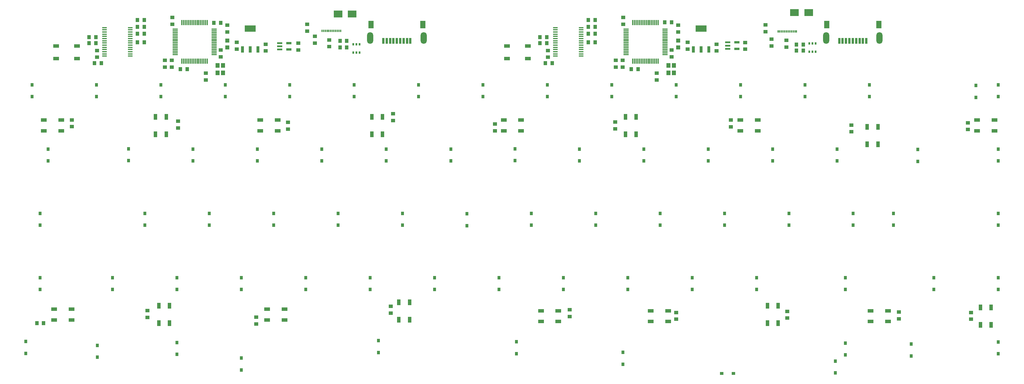
<source format=gbr>
G04 #@! TF.FileFunction,Paste,Bot*
%FSLAX46Y46*%
G04 Gerber Fmt 4.6, Leading zero omitted, Abs format (unit mm)*
G04 Created by KiCad (PCBNEW 4.0.1-stable) date 2/25/2016 3:38:44 PM*
%MOMM*%
G01*
G04 APERTURE LIST*
%ADD10C,0.150000*%
%ADD11R,0.300000X0.700000*%
%ADD12R,1.198880X1.198880*%
%ADD13R,1.000000X1.250000*%
%ADD14R,1.250000X1.000000*%
%ADD15R,0.850900X1.000760*%
%ADD16R,1.800000X1.100000*%
%ADD17R,1.430000X0.400000*%
%ADD18R,0.300000X1.500000*%
%ADD19R,1.500000X0.300000*%
%ADD20R,1.200000X1.400000*%
%ADD21O,1.800000X3.500000*%
%ADD22R,0.700000X1.800000*%
%ADD23R,1.640000X2.200000*%
%ADD24R,0.950000X1.900000*%
%ADD25R,3.250000X1.900000*%
%ADD26R,1.000760X0.850900*%
%ADD27R,1.490000X0.600000*%
%ADD28R,1.490000X0.740000*%
%ADD29R,2.651760X2.029460*%
%ADD30R,0.550000X0.800000*%
%ADD31R,1.651000X1.000000*%
%ADD32R,1.000000X1.651000*%
G04 APERTURE END LIST*
D10*
D11*
X287026400Y-68134200D03*
X286526400Y-68134200D03*
X286026400Y-68134200D03*
X285526400Y-68134200D03*
X285026400Y-68134200D03*
X284526400Y-68134200D03*
X284026400Y-68134200D03*
X283526400Y-68134200D03*
X283026400Y-68134200D03*
X282526400Y-68134200D03*
X282026400Y-68134200D03*
X281526400Y-68134200D03*
X152176400Y-67965900D03*
X151676400Y-67965900D03*
X151176400Y-67965900D03*
X150676400Y-67965900D03*
X150176400Y-67965900D03*
X149676400Y-67965900D03*
X149176400Y-67965900D03*
X148676400Y-67965900D03*
X148176400Y-67965900D03*
X147676400Y-67965900D03*
X147176400Y-67965900D03*
X146676400Y-67965900D03*
D12*
X251993400Y-72892920D03*
X251993400Y-70794880D03*
D13*
X81400400Y-77558900D03*
X79400400Y-77558900D03*
D14*
X129997200Y-73910700D03*
X129997200Y-71910700D03*
D13*
X92116400Y-64731900D03*
X94116400Y-64731900D03*
D14*
X118643400Y-68271900D03*
X118643400Y-66271900D03*
D15*
X137122400Y-83934300D03*
X137122400Y-87434420D03*
D16*
X68045400Y-76157700D03*
X68045400Y-72457700D03*
X74245400Y-76157700D03*
X74245400Y-72457700D03*
D17*
X89926400Y-66983900D03*
X89926400Y-67633900D03*
X89926400Y-68283900D03*
X89926400Y-68933900D03*
X89926400Y-69583900D03*
X89926400Y-70233900D03*
X89926400Y-70883900D03*
X89926400Y-71533900D03*
X89926400Y-72183900D03*
X89926400Y-72833900D03*
X89926400Y-73483900D03*
X89926400Y-74133900D03*
X89926400Y-74783900D03*
X89926400Y-75433900D03*
X82336400Y-75433900D03*
X82336400Y-74783900D03*
X82336400Y-74133900D03*
X82336400Y-73483900D03*
X82336400Y-72833900D03*
X82336400Y-72183900D03*
X82336400Y-71533900D03*
X82336400Y-70883900D03*
X82336400Y-70233900D03*
X82336400Y-69583900D03*
X82336400Y-68933900D03*
X82336400Y-68283900D03*
X82336400Y-67633900D03*
X82336400Y-66983900D03*
D18*
X105241400Y-65458900D03*
X105741400Y-65458900D03*
X106241400Y-65458900D03*
X106741400Y-65458900D03*
X107241400Y-65458900D03*
X107741400Y-65458900D03*
X108241400Y-65458900D03*
X108741400Y-65458900D03*
X109241400Y-65458900D03*
X109741400Y-65458900D03*
X110241400Y-65458900D03*
X110741400Y-65458900D03*
X111241400Y-65458900D03*
X111741400Y-65458900D03*
X112241400Y-65458900D03*
X112741400Y-65458900D03*
D19*
X114741400Y-67458900D03*
X114741400Y-67958900D03*
X114741400Y-68458900D03*
X114741400Y-68958900D03*
X114741400Y-69458900D03*
X114741400Y-69958900D03*
X114741400Y-70458900D03*
X114741400Y-70958900D03*
X114741400Y-71458900D03*
X114741400Y-71958900D03*
X114741400Y-72458900D03*
X114741400Y-72958900D03*
X114741400Y-73458900D03*
X114741400Y-73958900D03*
X114741400Y-74458900D03*
X114741400Y-74958900D03*
D18*
X112741400Y-76958900D03*
X112241400Y-76958900D03*
X111741400Y-76958900D03*
X111241400Y-76958900D03*
X110741400Y-76958900D03*
X110241400Y-76958900D03*
X109741400Y-76958900D03*
X109241400Y-76958900D03*
X108741400Y-76958900D03*
X108241400Y-76958900D03*
X107741400Y-76958900D03*
X107241400Y-76958900D03*
X106741400Y-76958900D03*
X106241400Y-76958900D03*
X105741400Y-76958900D03*
X105241400Y-76958900D03*
D19*
X103241400Y-74958900D03*
X103241400Y-74458900D03*
X103241400Y-73958900D03*
X103241400Y-73458900D03*
X103241400Y-72958900D03*
X103241400Y-72458900D03*
X103241400Y-71958900D03*
X103241400Y-71458900D03*
X103241400Y-70958900D03*
X103241400Y-70458900D03*
X103241400Y-69958900D03*
X103241400Y-69458900D03*
X103241400Y-68958900D03*
X103241400Y-68458900D03*
X103241400Y-67958900D03*
X103241400Y-67458900D03*
D20*
X115811400Y-80436900D03*
X117411400Y-80436900D03*
X117411400Y-78236900D03*
X115811400Y-78236900D03*
D15*
X63303400Y-122034300D03*
X63303400Y-125534420D03*
X94260400Y-122034300D03*
X94260400Y-125534420D03*
X113310400Y-122034300D03*
X113310400Y-125534420D03*
X132360400Y-122034300D03*
X132360400Y-125534420D03*
X151426400Y-122034300D03*
X151426400Y-125534420D03*
X170459400Y-122034300D03*
X170459400Y-125534420D03*
X65686400Y-102984300D03*
X65686400Y-106484420D03*
X89497400Y-102914300D03*
X89497400Y-106414420D03*
X108547400Y-102984300D03*
X108547400Y-106484420D03*
X146647400Y-102984300D03*
X146647400Y-106484420D03*
X165693400Y-102984300D03*
X165693400Y-106484420D03*
X60921900Y-83934300D03*
X60921900Y-87434420D03*
X79971900Y-83934300D03*
X79971900Y-87434420D03*
X156172400Y-83934300D03*
X156172400Y-87434420D03*
X118071900Y-83934300D03*
X118071900Y-87434420D03*
X99021900Y-83934300D03*
X99021900Y-87434420D03*
X127597400Y-102984300D03*
X127597400Y-106484420D03*
X59080400Y-160007300D03*
X59080400Y-163507420D03*
X80251300Y-161163000D03*
X80251300Y-164663120D03*
X103771700Y-160324800D03*
X103771700Y-163824920D03*
X122783600Y-164927280D03*
X122783600Y-168427400D03*
X163347400Y-159753300D03*
X163347400Y-163253420D03*
X175222400Y-83934300D03*
X175222400Y-87434420D03*
X63303400Y-141084300D03*
X63303400Y-144584420D03*
X84736400Y-141084300D03*
X84736400Y-144584420D03*
X103784400Y-141084300D03*
X103784400Y-144584420D03*
X122834400Y-141084300D03*
X122834400Y-144584420D03*
X141886400Y-141084300D03*
X141886400Y-144584420D03*
X160934400Y-141084300D03*
X160934400Y-144584420D03*
X179984400Y-141084300D03*
X179984400Y-144584420D03*
D14*
X116738400Y-73637900D03*
X116738400Y-75637900D03*
X121462800Y-73377300D03*
X121462800Y-71377300D03*
X102412800Y-63985900D03*
X102412800Y-65985900D03*
D13*
X94116400Y-66763900D03*
X92116400Y-66763900D03*
X92116400Y-71335900D03*
X94116400Y-71335900D03*
X94116400Y-68795900D03*
X92116400Y-68795900D03*
X154000000Y-70878700D03*
X152000000Y-70878700D03*
X154000000Y-72872600D03*
X152000000Y-72872600D03*
D14*
X112293400Y-80495900D03*
X112293400Y-82495900D03*
D13*
X106816400Y-79336900D03*
X104816400Y-79336900D03*
D14*
X100228400Y-76685900D03*
X100228400Y-78685900D03*
X102260400Y-76685900D03*
X102260400Y-78685900D03*
D13*
X77781400Y-69811900D03*
X79781400Y-69811900D03*
X77765400Y-71589900D03*
X79765400Y-71589900D03*
D14*
X80162400Y-75764900D03*
X80162400Y-73764900D03*
D21*
X176708400Y-70055900D03*
X160908400Y-70055900D03*
D22*
X168808400Y-70955900D03*
X169808400Y-70955900D03*
X170808400Y-70955900D03*
X171808400Y-70955900D03*
X172808400Y-70955900D03*
X167808400Y-70955900D03*
X166808400Y-70955900D03*
X165808400Y-70955900D03*
X164808400Y-70955900D03*
D23*
X176478400Y-66055900D03*
X161138400Y-66055900D03*
D14*
X148805900Y-72653400D03*
X148805900Y-70653400D03*
X142303500Y-66030600D03*
X142303500Y-68030600D03*
D24*
X125425200Y-73420700D03*
X123125200Y-73420700D03*
X127725200Y-73420700D03*
D25*
X125425200Y-67320700D03*
D13*
X214750400Y-77558900D03*
X212750400Y-77558900D03*
D14*
X263347200Y-73910700D03*
X263347200Y-71910700D03*
D13*
X227466400Y-64731900D03*
X225466400Y-64731900D03*
D14*
X251993400Y-68271900D03*
X251993400Y-66271900D03*
D15*
X270472400Y-83934300D03*
X270472400Y-87434420D03*
D16*
X201395400Y-76157700D03*
X201395400Y-72457700D03*
X207595400Y-76157700D03*
X207595400Y-72457700D03*
D17*
X223276400Y-66983900D03*
X223276400Y-67633900D03*
X223276400Y-68283900D03*
X223276400Y-68933900D03*
X223276400Y-69583900D03*
X223276400Y-70233900D03*
X223276400Y-70883900D03*
X223276400Y-71533900D03*
X223276400Y-72183900D03*
X223276400Y-72833900D03*
X223276400Y-73483900D03*
X223276400Y-74133900D03*
X223276400Y-74783900D03*
X223276400Y-75433900D03*
X215686400Y-75433900D03*
X215686400Y-74783900D03*
X215686400Y-74133900D03*
X215686400Y-73483900D03*
X215686400Y-72833900D03*
X215686400Y-72183900D03*
X215686400Y-71533900D03*
X215686400Y-70883900D03*
X215686400Y-70233900D03*
X215686400Y-69583900D03*
X215686400Y-68933900D03*
X215686400Y-68283900D03*
X215686400Y-67633900D03*
X215686400Y-66983900D03*
D24*
X258775200Y-73420700D03*
X256475200Y-73420700D03*
X261075200Y-73420700D03*
D25*
X258775200Y-67320700D03*
D18*
X238591400Y-65458900D03*
X239091400Y-65458900D03*
X239591400Y-65458900D03*
X240091400Y-65458900D03*
X240591400Y-65458900D03*
X241091400Y-65458900D03*
X241591400Y-65458900D03*
X242091400Y-65458900D03*
X242591400Y-65458900D03*
X243091400Y-65458900D03*
X243591400Y-65458900D03*
X244091400Y-65458900D03*
X244591400Y-65458900D03*
X245091400Y-65458900D03*
X245591400Y-65458900D03*
X246091400Y-65458900D03*
D19*
X248091400Y-67458900D03*
X248091400Y-67958900D03*
X248091400Y-68458900D03*
X248091400Y-68958900D03*
X248091400Y-69458900D03*
X248091400Y-69958900D03*
X248091400Y-70458900D03*
X248091400Y-70958900D03*
X248091400Y-71458900D03*
X248091400Y-71958900D03*
X248091400Y-72458900D03*
X248091400Y-72958900D03*
X248091400Y-73458900D03*
X248091400Y-73958900D03*
X248091400Y-74458900D03*
X248091400Y-74958900D03*
D18*
X246091400Y-76958900D03*
X245591400Y-76958900D03*
X245091400Y-76958900D03*
X244591400Y-76958900D03*
X244091400Y-76958900D03*
X243591400Y-76958900D03*
X243091400Y-76958900D03*
X242591400Y-76958900D03*
X242091400Y-76958900D03*
X241591400Y-76958900D03*
X241091400Y-76958900D03*
X240591400Y-76958900D03*
X240091400Y-76958900D03*
X239591400Y-76958900D03*
X239091400Y-76958900D03*
X238591400Y-76958900D03*
D19*
X236591400Y-74958900D03*
X236591400Y-74458900D03*
X236591400Y-73958900D03*
X236591400Y-73458900D03*
X236591400Y-72958900D03*
X236591400Y-72458900D03*
X236591400Y-71958900D03*
X236591400Y-71458900D03*
X236591400Y-70958900D03*
X236591400Y-70458900D03*
X236591400Y-69958900D03*
X236591400Y-69458900D03*
X236591400Y-68958900D03*
X236591400Y-68458900D03*
X236591400Y-67958900D03*
X236591400Y-67458900D03*
D20*
X249161400Y-80436900D03*
X250761400Y-80436900D03*
X250761400Y-78236900D03*
X249161400Y-78236900D03*
D15*
X189509400Y-122161300D03*
X189509400Y-125661420D03*
X208560400Y-122034300D03*
X208560400Y-125534420D03*
X227610900Y-122034300D03*
X227610900Y-125534420D03*
X246660400Y-122034300D03*
X246660400Y-125534420D03*
X265726400Y-122034300D03*
X265726400Y-125534420D03*
X284776400Y-122034300D03*
X284776400Y-125534420D03*
X184776400Y-102984300D03*
X184776400Y-106484420D03*
X203797400Y-102914300D03*
X203797400Y-106414420D03*
X222847400Y-102984300D03*
X222847400Y-106484420D03*
X260947400Y-102984300D03*
X260947400Y-106484420D03*
X279997400Y-102984300D03*
X279997400Y-106484420D03*
X194271900Y-83934300D03*
X194271900Y-87434420D03*
X213321900Y-83934300D03*
X213321900Y-87434420D03*
X289522400Y-83934300D03*
X289522400Y-87434420D03*
X251421900Y-83934300D03*
X251421900Y-87434420D03*
X232371900Y-83934300D03*
X232371900Y-87434420D03*
X241897400Y-102984300D03*
X241897400Y-106484420D03*
X204216000Y-160108900D03*
X204216000Y-163609020D03*
X235661200Y-163233100D03*
X235661200Y-166733220D03*
X298462700Y-165798500D03*
X298462700Y-169298620D03*
D26*
X264845800Y-169468800D03*
X268345920Y-169468800D03*
D15*
X301447200Y-160464500D03*
X301447200Y-163964620D03*
X199036400Y-141084300D03*
X199036400Y-144584420D03*
X218086400Y-141084300D03*
X218086400Y-144584420D03*
X237134400Y-141084300D03*
X237134400Y-144584420D03*
X256184400Y-141084300D03*
X256184400Y-144584420D03*
X275236400Y-141084300D03*
X275236400Y-144584420D03*
X301428400Y-141084300D03*
X301428400Y-144584420D03*
X327622400Y-141084300D03*
X327622400Y-144584420D03*
D14*
X250088400Y-73637900D03*
X250088400Y-75637900D03*
X254812800Y-73377300D03*
X254812800Y-71377300D03*
X235762800Y-63985900D03*
X235762800Y-65985900D03*
D13*
X227466400Y-66763900D03*
X225466400Y-66763900D03*
X225466400Y-71335900D03*
X227466400Y-71335900D03*
X227466400Y-68795900D03*
X225466400Y-68795900D03*
X288987300Y-71983600D03*
X286987300Y-71983600D03*
X288987300Y-73799700D03*
X286987300Y-73799700D03*
D14*
X245643400Y-80495900D03*
X245643400Y-82495900D03*
D13*
X238166400Y-79336900D03*
X240166400Y-79336900D03*
D14*
X233578400Y-76685900D03*
X233578400Y-78685900D03*
X235610400Y-76685900D03*
X235610400Y-78685900D03*
D13*
X211131400Y-69811900D03*
X213131400Y-69811900D03*
X211115400Y-71589900D03*
X213115400Y-71589900D03*
D14*
X213512400Y-75764900D03*
X213512400Y-73764900D03*
D15*
X299047400Y-102984300D03*
X299047400Y-106484420D03*
X346672400Y-141084300D03*
X346672400Y-144584420D03*
X346672400Y-83934300D03*
X346672400Y-87434420D03*
X340106000Y-84150200D03*
X340106000Y-87650320D03*
X346672400Y-102984300D03*
X346672400Y-106484420D03*
X322849400Y-103111300D03*
X322849400Y-106611420D03*
X346672400Y-122034300D03*
X346672400Y-125534420D03*
X315726400Y-122034300D03*
X315726400Y-125534420D03*
X308576400Y-83934300D03*
X308576400Y-87434420D03*
X346672400Y-160134300D03*
X346672400Y-163634420D03*
X320967100Y-160782000D03*
X320967100Y-164282120D03*
D21*
X311558400Y-70055900D03*
X295758400Y-70055900D03*
D22*
X303658400Y-70955900D03*
X304658400Y-70955900D03*
X305658400Y-70955900D03*
X306658400Y-70955900D03*
X307658400Y-70955900D03*
X302658400Y-70955900D03*
X301658400Y-70955900D03*
X300658400Y-70955900D03*
X299658400Y-70955900D03*
D23*
X311328400Y-66055900D03*
X295988400Y-66055900D03*
D14*
X284060900Y-72755000D03*
X284060900Y-70755000D03*
X277812500Y-66183000D03*
X277812500Y-68183000D03*
D15*
X303776400Y-122034300D03*
X303776400Y-125534420D03*
D12*
X118643400Y-72892920D03*
X118643400Y-70794880D03*
D14*
X167665400Y-92548200D03*
X167665400Y-94548200D03*
X136639300Y-95053400D03*
X136639300Y-97053400D03*
X104063800Y-94732600D03*
X104063800Y-96732600D03*
X72720200Y-94338900D03*
X72720200Y-96338900D03*
D13*
X64334900Y-154533600D03*
X62334900Y-154533600D03*
D14*
X95084900Y-150866600D03*
X95084900Y-152866600D03*
X127215900Y-152822400D03*
X127215900Y-154822400D03*
X166992300Y-149609300D03*
X166992300Y-151609300D03*
X139687300Y-73605900D03*
X139687300Y-71605900D03*
X197866000Y-97570800D03*
X197866000Y-95570800D03*
X233349800Y-96999300D03*
X233349800Y-94999300D03*
X267601700Y-96389700D03*
X267601700Y-94389700D03*
X303199800Y-97875600D03*
X303199800Y-95875600D03*
X337693000Y-97177100D03*
X337693000Y-95177100D03*
X338607400Y-153425400D03*
X338607400Y-151425400D03*
X317284100Y-153260300D03*
X317284100Y-151260300D03*
X284251400Y-153069800D03*
X284251400Y-151069800D03*
X251434600Y-153400000D03*
X251434600Y-151400000D03*
X219951300Y-152599900D03*
X219951300Y-150599900D03*
X271792700Y-73415400D03*
X271792700Y-71415400D03*
D27*
X266696200Y-73276500D03*
X266696200Y-72326500D03*
X266696200Y-71376500D03*
D28*
X269396200Y-71376500D03*
X269396200Y-73276500D03*
D27*
X134184400Y-73479700D03*
X134184400Y-72529700D03*
X134184400Y-71579700D03*
D28*
X136884400Y-71579700D03*
X136884400Y-73479700D03*
D13*
X114697000Y-65595500D03*
X116697000Y-65595500D03*
X248059700Y-65455800D03*
X250059700Y-65455800D03*
D14*
X144551400Y-71561200D03*
X144551400Y-69561200D03*
X279577800Y-72412100D03*
X279577800Y-70412100D03*
D29*
X155613100Y-62966600D03*
X151442420Y-62966600D03*
X290591240Y-62534800D03*
X286420560Y-62534800D03*
D30*
X290758800Y-71716900D03*
X291708800Y-71716900D03*
X292658800Y-71716900D03*
X292658800Y-74116900D03*
X291708800Y-74116900D03*
X290758800Y-74116900D03*
X155920400Y-71952000D03*
X156870400Y-71952000D03*
X157820400Y-71952000D03*
X157820400Y-74352000D03*
X156870400Y-74352000D03*
X155920400Y-74352000D03*
D31*
X211423000Y-154100000D03*
X216577000Y-154100000D03*
X216577000Y-150900000D03*
X211423000Y-150900000D03*
X243923000Y-154100000D03*
X249077000Y-154100000D03*
X249077000Y-150900000D03*
X243923000Y-150900000D03*
D32*
X281600000Y-154577000D03*
X281600000Y-149423000D03*
X278400000Y-149423000D03*
X278400000Y-154577000D03*
D31*
X308923000Y-154100000D03*
X314077000Y-154100000D03*
X314077000Y-150900000D03*
X308923000Y-150900000D03*
D32*
X344600000Y-155077000D03*
X344600000Y-149923000D03*
X341400000Y-149923000D03*
X341400000Y-155077000D03*
D31*
X345577000Y-94400000D03*
X340423000Y-94400000D03*
X340423000Y-97600000D03*
X345577000Y-97600000D03*
D32*
X307900000Y-96423000D03*
X307900000Y-101577000D03*
X311100000Y-101577000D03*
X311100000Y-96423000D03*
D31*
X275577000Y-94400000D03*
X270423000Y-94400000D03*
X270423000Y-97600000D03*
X275577000Y-97600000D03*
D32*
X236400000Y-93423000D03*
X236400000Y-98577000D03*
X239600000Y-98577000D03*
X239600000Y-93423000D03*
D31*
X205577000Y-94400000D03*
X200423000Y-94400000D03*
X200423000Y-97600000D03*
X205577000Y-97600000D03*
X128423000Y-97600000D03*
X133577000Y-97600000D03*
X133577000Y-94400000D03*
X128423000Y-94400000D03*
D32*
X100600000Y-98577000D03*
X100600000Y-93423000D03*
X97400000Y-93423000D03*
X97400000Y-98577000D03*
D31*
X64423000Y-97600000D03*
X69577000Y-97600000D03*
X69577000Y-94400000D03*
X64423000Y-94400000D03*
X72577000Y-150400000D03*
X67423000Y-150400000D03*
X67423000Y-153600000D03*
X72577000Y-153600000D03*
D32*
X98400000Y-149423000D03*
X98400000Y-154577000D03*
X101600000Y-154577000D03*
X101600000Y-149423000D03*
D31*
X135577000Y-150400000D03*
X130423000Y-150400000D03*
X130423000Y-153600000D03*
X135577000Y-153600000D03*
D32*
X169400000Y-148423000D03*
X169400000Y-153577000D03*
X172600000Y-153577000D03*
X172600000Y-148423000D03*
X164600000Y-98577000D03*
X164600000Y-93423000D03*
X161400000Y-93423000D03*
X161400000Y-98577000D03*
M02*

</source>
